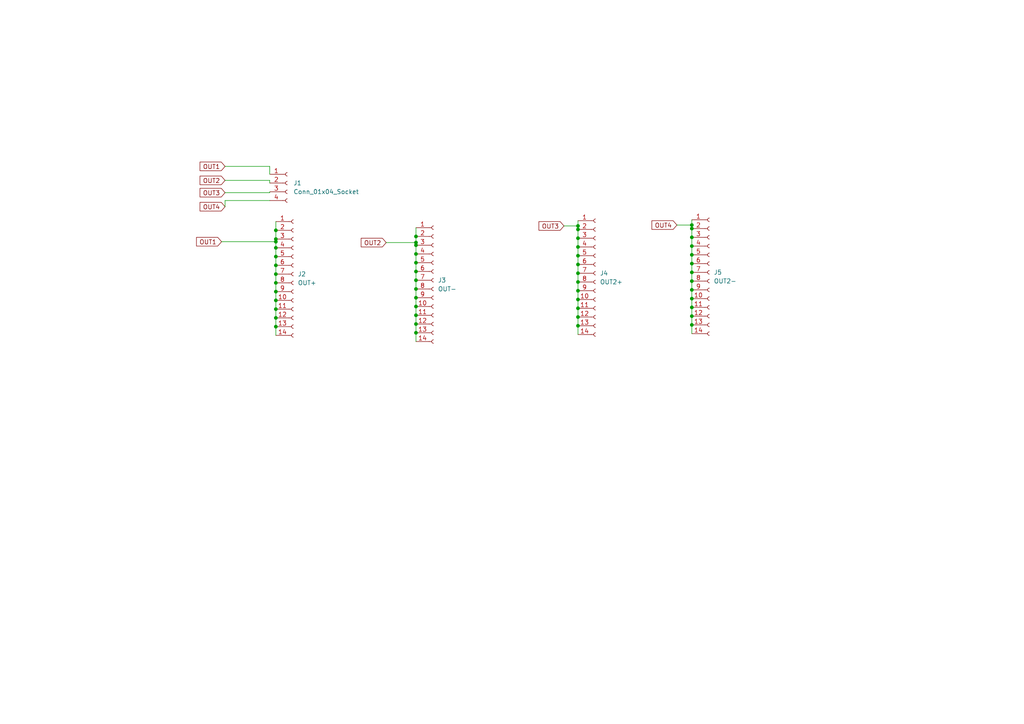
<source format=kicad_sch>
(kicad_sch (version 20230121) (generator eeschema)
  (paper "A4")
  (lib_symbols
    (symbol "Connector:Conn_01x04_Socket" (pin_names (offset 1.016) hide)
      (property "Reference" "J" (at 0 5.08 0))
      (property "Value" "Conn_01x04_Socket" (at 0 -7.62 0))
      (symbol "Conn_01x04_Socket_1_1"
        (arc (start 0 -4.572) (mid -0.5058 -5.08) (end 0 -5.588) (stroke (width 0.1524)))
        (arc (start 0 -2.032) (mid -0.5058 -2.54) (end 0 -3.048) (stroke (width 0.1524)))
        (polyline (pts (xy -1.27 -5.08) (xy -0.508 -5.08)) (stroke (width 0.1524)))
        (polyline (pts (xy -1.27 -2.54) (xy -0.508 -2.54)) (stroke (width 0.1524)))
        (polyline (pts (xy -1.27 0) (xy -0.508 0)) (stroke (width 0.1524)))
        (polyline (pts (xy -1.27 2.54) (xy -0.508 2.54)) (stroke (width 0.1524)))
        (arc (start 0 0.508) (mid -0.5058 0) (end 0 -0.508) (stroke (width 0.1524)))
        (arc (start 0 3.048) (mid -0.5058 2.54) (end 0 2.032) (stroke (width 0.1524)))
        (pin passive line (at -5.08 2.54 0) (length 3.81) (name "Pin_1") (number "1"))
        (pin passive line (at -5.08 0 0) (length 3.81) (name "Pin_2") (number "2"))
        (pin passive line (at -5.08 -2.54 0) (length 3.81) (name "Pin_3") (number "3"))
        (pin passive line (at -5.08 -5.08 0) (length 3.81) (name "Pin_4") (number "4"))
      )
    )
    (symbol "Connector:Conn_01x14_Socket" (pin_names (offset 1.016) hide)
      (property "Reference" "J" (at 0 17.78 0))
      (property "Value" "Conn_01x14_Socket" (at 0 -20.32 0))
      (symbol "Conn_01x14_Socket_1_1"
        (arc (start 0 -17.272) (mid -0.5058 -17.78) (end 0 -18.288) (stroke (width 0.1524)))
        (arc (start 0 -14.732) (mid -0.5058 -15.24) (end 0 -15.748) (stroke (width 0.1524)))
        (arc (start 0 -12.192) (mid -0.5058 -12.7) (end 0 -13.208) (stroke (width 0.1524)))
        (arc (start 0 -9.652) (mid -0.5058 -10.16) (end 0 -10.668) (stroke (width 0.1524)))
        (arc (start 0 -7.112) (mid -0.5058 -7.62) (end 0 -8.128) (stroke (width 0.1524)))
        (arc (start 0 -4.572) (mid -0.5058 -5.08) (end 0 -5.588) (stroke (width 0.1524)))
        (arc (start 0 -2.032) (mid -0.5058 -2.54) (end 0 -3.048) (stroke (width 0.1524)))
        (polyline (pts (xy -1.27 -17.78) (xy -0.508 -17.78)) (stroke (width 0.1524)))
        (polyline (pts (xy -1.27 -15.24) (xy -0.508 -15.24)) (stroke (width 0.1524)))
        (polyline (pts (xy -1.27 -12.7) (xy -0.508 -12.7)) (stroke (width 0.1524)))
        (polyline (pts (xy -1.27 -10.16) (xy -0.508 -10.16)) (stroke (width 0.1524)))
        (polyline (pts (xy -1.27 -7.62) (xy -0.508 -7.62)) (stroke (width 0.1524)))
        (polyline (pts (xy -1.27 -5.08) (xy -0.508 -5.08)) (stroke (width 0.1524)))
        (polyline (pts (xy -1.27 -2.54) (xy -0.508 -2.54)) (stroke (width 0.1524)))
        (polyline (pts (xy -1.27 0) (xy -0.508 0)) (stroke (width 0.1524)))
        (polyline (pts (xy -1.27 2.54) (xy -0.508 2.54)) (stroke (width 0.1524)))
        (polyline (pts (xy -1.27 5.08) (xy -0.508 5.08)) (stroke (width 0.1524)))
        (polyline (pts (xy -1.27 7.62) (xy -0.508 7.62)) (stroke (width 0.1524)))
        (polyline (pts (xy -1.27 10.16) (xy -0.508 10.16)) (stroke (width 0.1524)))
        (polyline (pts (xy -1.27 12.7) (xy -0.508 12.7)) (stroke (width 0.1524)))
        (polyline (pts (xy -1.27 15.24) (xy -0.508 15.24)) (stroke (width 0.1524)))
        (arc (start 0 0.508) (mid -0.5058 0) (end 0 -0.508) (stroke (width 0.1524)))
        (arc (start 0 3.048) (mid -0.5058 2.54) (end 0 2.032) (stroke (width 0.1524)))
        (arc (start 0 5.588) (mid -0.5058 5.08) (end 0 4.572) (stroke (width 0.1524)))
        (arc (start 0 8.128) (mid -0.5058 7.62) (end 0 7.112) (stroke (width 0.1524)))
        (arc (start 0 10.668) (mid -0.5058 10.16) (end 0 9.652) (stroke (width 0.1524)))
        (arc (start 0 13.208) (mid -0.5058 12.7) (end 0 12.192) (stroke (width 0.1524)))
        (arc (start 0 15.748) (mid -0.5058 15.24) (end 0 14.732) (stroke (width 0.1524)))
        (pin passive line (at -5.08 15.24 0) (length 3.81) (name "Pin_1") (number "1"))
        (pin passive line (at -5.08 -7.62 0) (length 3.81) (name "Pin_10") (number "10"))
        (pin passive line (at -5.08 -10.16 0) (length 3.81) (name "Pin_11") (number "11"))
        (pin passive line (at -5.08 -12.7 0) (length 3.81) (name "Pin_12") (number "12"))
        (pin passive line (at -5.08 -15.24 0) (length 3.81) (name "Pin_13") (number "13"))
        (pin passive line (at -5.08 -17.78 0) (length 3.81) (name "Pin_14") (number "14"))
        (pin passive line (at -5.08 12.7 0) (length 3.81) (name "Pin_2") (number "2"))
        (pin passive line (at -5.08 10.16 0) (length 3.81) (name "Pin_3") (number "3"))
        (pin passive line (at -5.08 7.62 0) (length 3.81) (name "Pin_4") (number "4"))
        (pin passive line (at -5.08 5.08 0) (length 3.81) (name "Pin_5") (number "5"))
        (pin passive line (at -5.08 2.54 0) (length 3.81) (name "Pin_6") (number "6"))
        (pin passive line (at -5.08 0 0) (length 3.81) (name "Pin_7") (number "7"))
        (pin passive line (at -5.08 -2.54 0) (length 3.81) (name "Pin_8") (number "8"))
        (pin passive line (at -5.08 -5.08 0) (length 3.81) (name "Pin_9") (number "9"))
      )
    )
  )
  (junction (at 120.65 96.52))
  (junction (at 167.64 74.168))
  (junction (at 120.65 86.36))
  (junction (at 120.65 70.358))
  (junction (at 80.01 70.104))
  (junction (at 200.66 71.374))
  (junction (at 200.66 81.534))
  (junction (at 200.66 89.154))
  (junction (at 200.66 78.994))
  (junction (at 167.64 71.628))
  (junction (at 167.64 84.328))
  (junction (at 167.64 89.408))
  (junction (at 120.65 73.66))
  (junction (at 80.01 79.502))
  (junction (at 120.65 93.98))
  (junction (at 167.64 86.868))
  (junction (at 167.64 69.088))
  (junction (at 120.65 88.9))
  (junction (at 80.01 69.342))
  (junction (at 200.66 94.234))
  (junction (at 200.66 76.454))
  (junction (at 80.01 84.582))
  (junction (at 167.64 65.532))
  (junction (at 200.66 84.074))
  (junction (at 80.01 71.882))
  (junction (at 80.01 92.202))
  (junction (at 80.01 94.742))
  (junction (at 120.65 91.44))
  (junction (at 167.64 91.948))
  (junction (at 80.01 89.662))
  (junction (at 200.66 73.914))
  (junction (at 200.66 66.294))
  (junction (at 200.66 65.278))
  (junction (at 167.64 94.488))
  (junction (at 167.64 79.248))
  (junction (at 167.64 66.548))
  (junction (at 80.01 82.042))
  (junction (at 120.65 78.74))
  (junction (at 200.66 91.694))
  (junction (at 167.64 76.708))
  (junction (at 200.66 68.834))
  (junction (at 80.01 66.802))
  (junction (at 200.66 86.614))
  (junction (at 80.01 76.962))
  (junction (at 120.65 71.12))
  (junction (at 120.65 76.2))
  (junction (at 120.65 68.58))
  (junction (at 80.01 74.422))
  (junction (at 120.65 81.28))
  (junction (at 167.64 81.788))
  (junction (at 80.01 87.122))
  (junction (at 120.65 83.82))
  (wire (pts (xy 200.66 78.994) (xy 200.66 81.534)))
  (wire (pts (xy 80.01 74.422) (xy 80.01 76.962)))
  (wire (pts (xy 163.576 65.532) (xy 167.64 65.532)))
  (wire (pts (xy 120.65 88.9) (xy 120.65 91.44)))
  (wire (pts (xy 120.65 66.04) (xy 120.65 68.58)))
  (wire (pts (xy 80.01 92.202) (xy 80.01 94.742)))
  (wire (pts (xy 167.64 65.532) (xy 167.64 66.548)))
  (wire (pts (xy 200.66 65.278) (xy 200.66 66.294)))
  (wire (pts (xy 120.65 81.28) (xy 120.65 83.82)))
  (wire (pts (xy 196.342 65.278) (xy 200.66 65.278)))
  (wire (pts (xy 80.01 66.802) (xy 80.01 69.342)))
  (wire (pts (xy 120.65 93.98) (xy 120.65 96.52)))
  (wire (pts (xy 167.64 64.008) (xy 167.64 65.532)))
  (wire (pts (xy 112.014 70.358) (xy 120.65 70.358)))
  (wire (pts (xy 80.01 87.122) (xy 80.01 89.662)))
  (wire (pts (xy 120.65 86.36) (xy 120.65 88.9)))
  (wire (pts (xy 167.64 74.168) (xy 167.64 76.708)))
  (wire (pts (xy 120.65 68.58) (xy 120.65 70.358)))
  (wire (pts (xy 167.64 71.628) (xy 167.64 74.168)))
  (wire (pts (xy 167.64 84.328) (xy 167.64 86.868)))
  (wire (pts (xy 200.66 76.454) (xy 200.66 78.994)))
  (wire (pts (xy 200.66 71.374) (xy 200.66 73.914)))
  (wire (pts (xy 167.64 91.948) (xy 167.64 94.488)))
  (wire (pts (xy 167.64 79.248) (xy 167.64 81.788)))
  (wire (pts (xy 200.66 63.754) (xy 200.66 65.278)))
  (wire (pts (xy 80.01 64.262) (xy 80.01 66.802)))
  (wire (pts (xy 167.64 86.868) (xy 167.64 89.408)))
  (wire (pts (xy 167.64 66.548) (xy 167.64 69.088)))
  (wire (pts (xy 80.01 71.882) (xy 80.01 74.422)))
  (wire (pts (xy 78.232 58.166) (xy 65.278 58.166)))
  (wire (pts (xy 65.278 52.324) (xy 78.232 52.324)))
  (wire (pts (xy 65.278 58.166) (xy 65.278 59.944)))
  (wire (pts (xy 200.66 73.914) (xy 200.66 76.454)))
  (wire (pts (xy 80.01 69.342) (xy 80.01 70.104)))
  (wire (pts (xy 80.01 89.662) (xy 80.01 92.202)))
  (wire (pts (xy 120.65 83.82) (xy 120.65 86.36)))
  (wire (pts (xy 200.66 66.294) (xy 200.66 68.834)))
  (wire (pts (xy 78.232 55.88) (xy 78.232 55.626)))
  (wire (pts (xy 120.65 76.2) (xy 120.65 78.74)))
  (wire (pts (xy 200.66 68.834) (xy 200.66 71.374)))
  (wire (pts (xy 200.66 91.694) (xy 200.66 94.234)))
  (wire (pts (xy 78.232 52.324) (xy 78.232 53.086)))
  (wire (pts (xy 120.65 91.44) (xy 120.65 93.98)))
  (wire (pts (xy 64.262 70.104) (xy 80.01 70.104)))
  (wire (pts (xy 200.66 89.154) (xy 200.66 91.694)))
  (wire (pts (xy 120.65 70.358) (xy 120.65 71.12)))
  (wire (pts (xy 80.01 94.742) (xy 80.01 97.282)))
  (wire (pts (xy 200.66 94.234) (xy 200.66 96.774)))
  (wire (pts (xy 200.66 84.074) (xy 200.66 86.614)))
  (wire (pts (xy 65.278 48.26) (xy 78.232 48.26)))
  (wire (pts (xy 167.64 69.088) (xy 167.64 71.628)))
  (wire (pts (xy 167.64 76.708) (xy 167.64 79.248)))
  (wire (pts (xy 167.64 81.788) (xy 167.64 84.328)))
  (wire (pts (xy 120.65 71.12) (xy 120.65 73.66)))
  (wire (pts (xy 120.65 73.66) (xy 120.65 76.2)))
  (wire (pts (xy 80.01 84.582) (xy 80.01 87.122)))
  (wire (pts (xy 78.232 48.26) (xy 78.232 50.546)))
  (wire (pts (xy 167.64 94.488) (xy 167.64 97.028)))
  (wire (pts (xy 80.01 70.104) (xy 80.01 71.882)))
  (wire (pts (xy 200.66 86.614) (xy 200.66 89.154)))
  (wire (pts (xy 200.66 81.534) (xy 200.66 84.074)))
  (wire (pts (xy 120.65 78.74) (xy 120.65 81.28)))
  (wire (pts (xy 120.65 96.52) (xy 120.65 99.06)))
  (wire (pts (xy 80.01 76.962) (xy 80.01 79.502)))
  (wire (pts (xy 80.01 82.042) (xy 80.01 84.582)))
  (wire (pts (xy 80.01 79.502) (xy 80.01 82.042)))
  (wire (pts (xy 167.64 89.408) (xy 167.64 91.948)))
  (wire (pts (xy 65.278 55.88) (xy 78.232 55.88)))
  (global_label "OUT3" (shape input) (at 163.576 65.532 180) (property "Intersheetrefs" "${INTERSHEET_REFS}" (effects hide)))
  (global_label "OUT2" (shape input) (at 112.014 70.358 180) (property "Intersheetrefs" "${INTERSHEET_REFS}" (effects hide)))
  (global_label "OUT4" (shape input) (at 65.278 59.944 180) (property "Intersheetrefs" "${INTERSHEET_REFS}" (effects hide)))
  (global_label "OUT1" (shape input) (at 64.262 70.104 180) (property "Intersheetrefs" "${INTERSHEET_REFS}" (effects hide)))
  (global_label "OUT1" (shape input) (at 65.278 48.26 180) (property "Intersheetrefs" "${INTERSHEET_REFS}" (effects hide)))
  (global_label "OUT3" (shape input) (at 65.278 55.88 180) (property "Intersheetrefs" "${INTERSHEET_REFS}" (effects hide)))
  (global_label "OUT2" (shape input) (at 65.278 52.324 180) (property "Intersheetrefs" "${INTERSHEET_REFS}" (effects hide)))
  (global_label "OUT4" (shape input) (at 196.342 65.278 180) (property "Intersheetrefs" "${INTERSHEET_REFS}" (effects hide)))
  (symbol (lib_id "Connector:Conn_01x14_Socket") (at 85.09 79.502 0) (unit 1)
    (property "Reference" "J2" (at 86.36 79.502 0) (effects (justify left)))
    (property "Value" "OUT+" (at 86.36 82.042 0) (effects (justify left)))
    (property "Footprint" "Connector_PinSocket_1.00mm:PinSocket_1x14_P1.00mm_Vertical" (effects hide))
  )
  (symbol (lib_id "Connector:Conn_01x14_Socket") (at 205.74 78.994 0) (unit 1)
    (property "Reference" "J5" (at 207.01 78.994 0) (effects (justify left)))
    (property "Value" "OUT2-" (at 207.01 81.534 0) (effects (justify left)))
    (property "Footprint" "Connector_PinSocket_1.00mm:PinSocket_1x14_P1.00mm_Vertical" (effects hide))
  )
  (symbol (lib_id "Connector:Conn_01x14_Socket") (at 172.72 79.248 0) (unit 1)
    (property "Reference" "J4" (at 173.99 79.248 0) (effects (justify left)))
    (property "Value" "OUT2+" (at 173.99 81.788 0) (effects (justify left)))
    (property "Footprint" "Connector_PinSocket_1.00mm:PinSocket_1x14_P1.00mm_Vertical" (effects hide))
  )
  (symbol (lib_id "Connector:Conn_01x04_Socket") (at 83.312 53.086 0) (unit 1)
    (property "Reference" "J1" (at 85.09 53.086 0) (effects (justify left)))
    (property "Value" "Conn_01x04_Socket" (at 85.09 55.626 0) (effects (justify left)))
    (property "Footprint" "Connector_PinSocket_1.00mm:PinSocket_1x04_P1.00mm_Vertical" (effects hide))
  )
  (symbol (lib_id "Connector:Conn_01x14_Socket") (at 125.73 81.28 0) (unit 1)
    (property "Reference" "J3" (at 127 81.28 0) (effects (justify left)))
    (property "Value" "OUT-" (at 127 83.82 0) (effects (justify left)))
    (property "Footprint" "Connector_PinSocket_1.00mm:PinSocket_1x14_P1.00mm_Vertical" (effects hide))
  )
)
</source>
